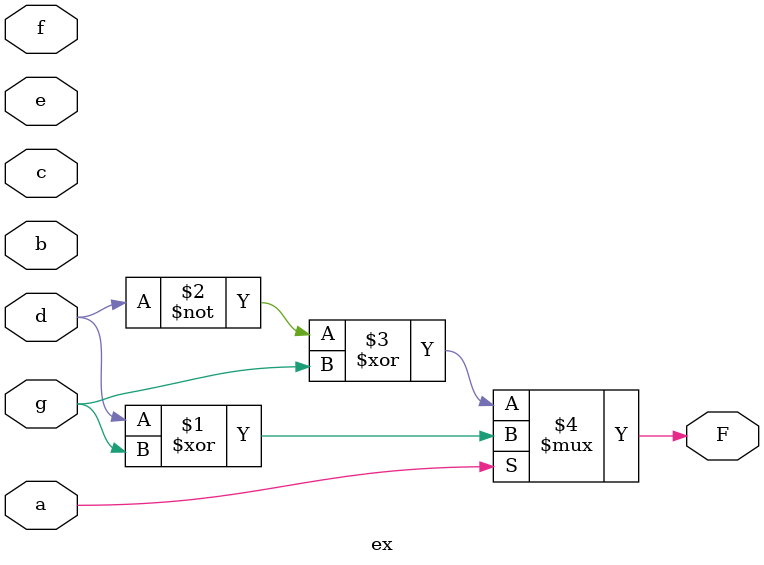
<source format=v>

module ex ( 
    a, b, c, d, e, f, g,
    F  );
  input  a, b, c, d, e, f, g;
  output F;
  assign F = a ? (d ^ g) : (~d ^ g);
endmodule



</source>
